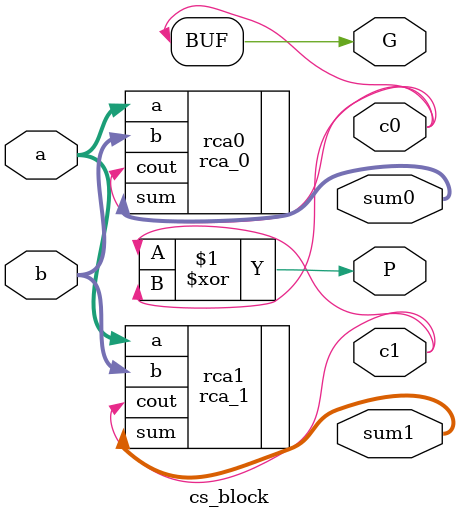
<source format=v>
module cs_block #(parameter integer WIDTH = 4) (
    input  wire [WIDTH-1:0] a, b,
    output wire [WIDTH-1:0] sum0, sum1,
    output wire             G, P,
    output wire             c0, c1
);
    rca_0 #(WIDTH) rca0 (.a(a), .b(b), .sum(sum0), .cout(c0));
    rca_1 #(WIDTH) rca1 (.a(a), .b(b), .sum(sum1), .cout(c1));
    assign G = c0;
    assign P = c1 ^ c0;
endmodule

</source>
